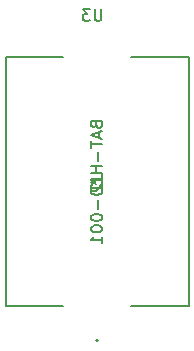
<source format=gbr>
G04 #@! TF.GenerationSoftware,KiCad,Pcbnew,(5.1.5)-3*
G04 #@! TF.CreationDate,2020-04-24T14:35:50-04:00*
G04 #@! TF.ProjectId,CR2025_Nordic,43523230-3235-45f4-9e6f-726469632e6b,rev?*
G04 #@! TF.SameCoordinates,Original*
G04 #@! TF.FileFunction,Legend,Bot*
G04 #@! TF.FilePolarity,Positive*
%FSLAX46Y46*%
G04 Gerber Fmt 4.6, Leading zero omitted, Abs format (unit mm)*
G04 Created by KiCad (PCBNEW (5.1.5)-3) date 2020-04-24 14:35:50*
%MOMM*%
%LPD*%
G04 APERTURE LIST*
%ADD10C,0.152400*%
%ADD11C,0.150000*%
G04 APERTURE END LIST*
D10*
X154376200Y-104062000D02*
G75*
G03X154376200Y-104062000I-76200J0D01*
G01*
X157172740Y-80059000D02*
X162047000Y-80059000D01*
X151427260Y-101141000D02*
X146553000Y-101141000D01*
X162047000Y-101141000D02*
X157172740Y-101141000D01*
X162047000Y-80059000D02*
X162047000Y-101141000D01*
X146553000Y-80059000D02*
X151427260Y-80059000D01*
X146553000Y-101141000D02*
X146553000Y-80059000D01*
D11*
X154665203Y-75969880D02*
X154665203Y-76779404D01*
X154617584Y-76874642D01*
X154569965Y-76922261D01*
X154474727Y-76969880D01*
X154284251Y-76969880D01*
X154189013Y-76922261D01*
X154141394Y-76874642D01*
X154093775Y-76779404D01*
X154093775Y-75969880D01*
X153712822Y-75969880D02*
X153093775Y-75969880D01*
X153427108Y-76350833D01*
X153284251Y-76350833D01*
X153189013Y-76398452D01*
X153141394Y-76446071D01*
X153093775Y-76541309D01*
X153093775Y-76779404D01*
X153141394Y-76874642D01*
X153189013Y-76922261D01*
X153284251Y-76969880D01*
X153569965Y-76969880D01*
X153665203Y-76922261D01*
X153712822Y-76874642D01*
X153752380Y-89838095D02*
X154561904Y-89838095D01*
X154657142Y-89885714D01*
X154704761Y-89933333D01*
X154752380Y-90028571D01*
X154752380Y-90219047D01*
X154704761Y-90314285D01*
X154657142Y-90361904D01*
X154561904Y-90409523D01*
X153752380Y-90409523D01*
X153847619Y-90838095D02*
X153800000Y-90885714D01*
X153752380Y-90980952D01*
X153752380Y-91219047D01*
X153800000Y-91314285D01*
X153847619Y-91361904D01*
X153942857Y-91409523D01*
X154038095Y-91409523D01*
X154180952Y-91361904D01*
X154752380Y-90790476D01*
X154752380Y-91409523D01*
X154228571Y-85766666D02*
X154276190Y-85909523D01*
X154323809Y-85957142D01*
X154419047Y-86004761D01*
X154561904Y-86004761D01*
X154657142Y-85957142D01*
X154704761Y-85909523D01*
X154752380Y-85814285D01*
X154752380Y-85433333D01*
X153752380Y-85433333D01*
X153752380Y-85766666D01*
X153800000Y-85861904D01*
X153847619Y-85909523D01*
X153942857Y-85957142D01*
X154038095Y-85957142D01*
X154133333Y-85909523D01*
X154180952Y-85861904D01*
X154228571Y-85766666D01*
X154228571Y-85433333D01*
X154466666Y-86385714D02*
X154466666Y-86861904D01*
X154752380Y-86290476D02*
X153752380Y-86623809D01*
X154752380Y-86957142D01*
X153752380Y-87147619D02*
X153752380Y-87719047D01*
X154752380Y-87433333D02*
X153752380Y-87433333D01*
X154371428Y-88052380D02*
X154371428Y-88814285D01*
X154752380Y-89290476D02*
X153752380Y-89290476D01*
X154228571Y-89290476D02*
X154228571Y-89861904D01*
X154752380Y-89861904D02*
X153752380Y-89861904D01*
X154752380Y-90814285D02*
X154752380Y-90338095D01*
X153752380Y-90338095D01*
X154752380Y-91147619D02*
X153752380Y-91147619D01*
X153752380Y-91385714D01*
X153800000Y-91528571D01*
X153895238Y-91623809D01*
X153990476Y-91671428D01*
X154180952Y-91719047D01*
X154323809Y-91719047D01*
X154514285Y-91671428D01*
X154609523Y-91623809D01*
X154704761Y-91528571D01*
X154752380Y-91385714D01*
X154752380Y-91147619D01*
X154371428Y-92147619D02*
X154371428Y-92909523D01*
X153752380Y-93576190D02*
X153752380Y-93671428D01*
X153800000Y-93766666D01*
X153847619Y-93814285D01*
X153942857Y-93861904D01*
X154133333Y-93909523D01*
X154371428Y-93909523D01*
X154561904Y-93861904D01*
X154657142Y-93814285D01*
X154704761Y-93766666D01*
X154752380Y-93671428D01*
X154752380Y-93576190D01*
X154704761Y-93480952D01*
X154657142Y-93433333D01*
X154561904Y-93385714D01*
X154371428Y-93338095D01*
X154133333Y-93338095D01*
X153942857Y-93385714D01*
X153847619Y-93433333D01*
X153800000Y-93480952D01*
X153752380Y-93576190D01*
X153752380Y-94528571D02*
X153752380Y-94623809D01*
X153800000Y-94719047D01*
X153847619Y-94766666D01*
X153942857Y-94814285D01*
X154133333Y-94861904D01*
X154371428Y-94861904D01*
X154561904Y-94814285D01*
X154657142Y-94766666D01*
X154704761Y-94719047D01*
X154752380Y-94623809D01*
X154752380Y-94528571D01*
X154704761Y-94433333D01*
X154657142Y-94385714D01*
X154561904Y-94338095D01*
X154371428Y-94290476D01*
X154133333Y-94290476D01*
X153942857Y-94338095D01*
X153847619Y-94385714D01*
X153800000Y-94433333D01*
X153752380Y-94528571D01*
X154752380Y-95814285D02*
X154752380Y-95242857D01*
X154752380Y-95528571D02*
X153752380Y-95528571D01*
X153895238Y-95433333D01*
X153990476Y-95338095D01*
X154038095Y-95242857D01*
X153752380Y-90600000D02*
X153990476Y-90600000D01*
X153895238Y-90361904D02*
X153990476Y-90600000D01*
X153895238Y-90838095D01*
X154180952Y-90457142D02*
X153990476Y-90600000D01*
X154180952Y-90742857D01*
M02*

</source>
